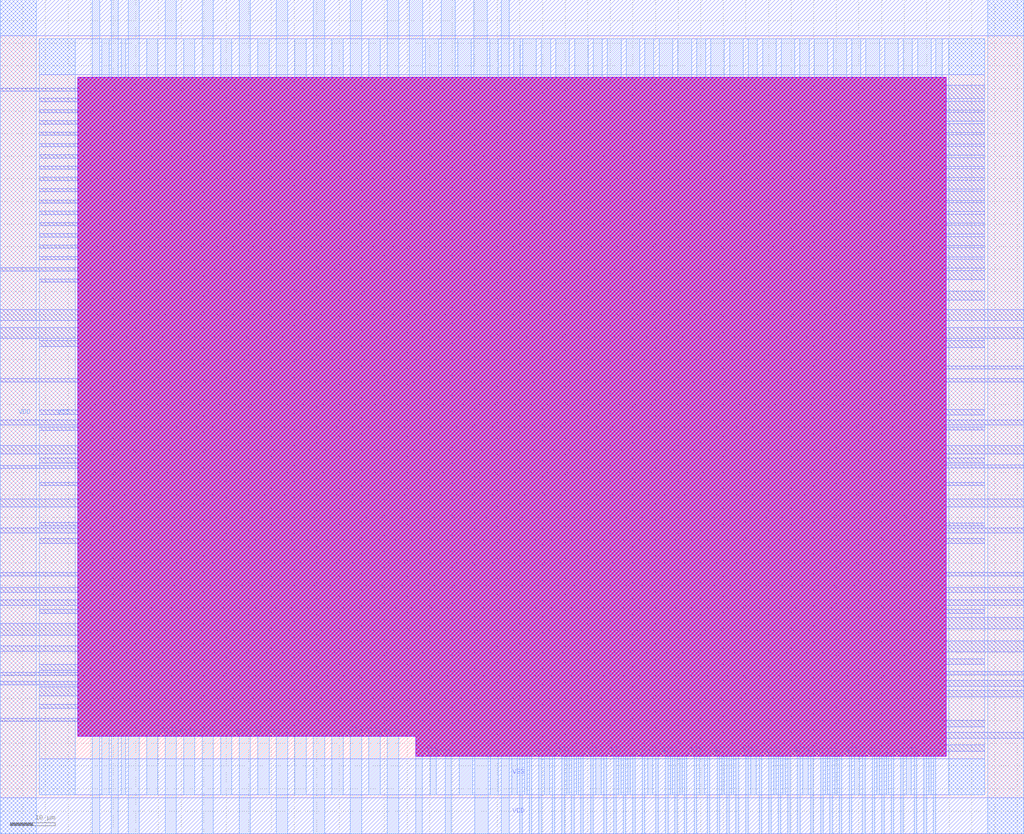
<source format=lef>
VERSION 5.4 ;
NAMESCASESENSITIVE ON ;

MACRO rom_512x16A
  CLASS RING ;
  FOREIGN rom_512x16A 0 0 ;
  ORIGIN 0 0 ;
  SIZE 226.465 BY 184.645 ;
  SYMMETRY X Y R90 ;
  PIN A[0]
    DIRECTION INPUT ;
    USE SIGNAL ;
    AntennaGateArea  0.039 ;
    PORT
      LAYER M1 ;
      RECT 84.54 21.52 85.2 22.18 ;
      LAYER M2 ;
      RECT 84.54 21.52 85.2 22.18 ;
      LAYER M3 ;
      RECT 84.54 21.52 85.2 22.18 ;
      LAYER M4 ;
      RECT 84.54 21.52 85.2 22.18 ;
      END
    END A[0]
  PIN A[1]
    DIRECTION INPUT ;
    USE SIGNAL ;
    AntennaGateArea  0.039 ;
    PORT
      LAYER M1 ;
      RECT 80.44 21.52 81.1 22.18 ;
      LAYER M2 ;
      RECT 80.44 21.52 81.1 22.18 ;
      LAYER M3 ;
      RECT 80.44 21.52 81.1 22.18 ;
      LAYER M4 ;
      RECT 80.44 21.52 81.1 22.18 ;
      END
    END A[1]
  PIN A[2]
    DIRECTION INPUT ;
    AntennaGateArea  0.039 ;
    USE SIGNAL ;
    PORT
      LAYER M1 ;
      RECT 76.34 21.52 77 22.18 ;
      LAYER M2 ;
      RECT 76.34 21.52 77 22.18 ;
      LAYER M3 ;
      RECT 76.34 21.52 77 22.18 ;
      LAYER M4 ;
      RECT 76.34 21.52 77 22.18 ;
      END
    END A[2]
  PIN A[3]
    DIRECTION INPUT ;
    USE SIGNAL ;
    AntennaGateArea  0.039 ;
    PORT
      LAYER M1 ;
      RECT 59.94 21.52 60.6 22.18 ;
      LAYER M2 ;
      RECT 59.94 21.52 60.6 22.18 ;
      LAYER M3 ;
      RECT 59.94 21.52 60.6 22.18 ;
      LAYER M4 ;
      RECT 59.94 21.52 60.6 22.18 ;
      END
    END A[3]
  PIN A[4]
    DIRECTION INPUT ;
    USE SIGNAL ;
    AntennaGateArea  0.039 ;
    PORT
      LAYER M1 ;
      RECT 55.84 21.52 56.5 22.18 ;
      LAYER M2 ;
      RECT 55.84 21.52 56.5 22.18 ;
      LAYER M3 ;
      RECT 55.84 21.52 56.5 22.18 ;
      LAYER M4 ;
      RECT 55.84 21.52 56.5 22.18 ;
      END
    END A[4]
  PIN A[5]
    DIRECTION INPUT ;
    USE SIGNAL ;
    AntennaGateArea  0.039 ;
    PORT
      LAYER M1 ;
      RECT 51.74 21.52 52.4 22.18 ;
      LAYER M2 ;
      RECT 51.74 21.52 52.4 22.18 ;
      LAYER M3 ;
      RECT 51.74 21.52 52.4 22.18 ;
      LAYER M4 ;
      RECT 51.74 21.52 52.4 22.18 ;
      END
    END A[5]
  PIN A[6]
    DIRECTION INPUT ;
    USE SIGNAL ;
    AntennaGateArea  0.039 ;
    PORT
      LAYER M1 ;
      RECT 43.54 21.52 44.2 22.18 ;
      LAYER M2 ;
      RECT 43.54 21.52 44.2 22.18 ;
      LAYER M3 ;
      RECT 43.54 21.52 44.2 22.18 ;
      LAYER M4 ;
      RECT 43.54 21.52 44.2 22.18 ;
      END
    END A[6]
  PIN A[7]
    DIRECTION INPUT ;
    USE SIGNAL ;
    AntennaGateArea  0.039 ;
    PORT
      LAYER M1 ;
      RECT 39.44 21.52 40.1 22.18 ;
      LAYER M2 ;
      RECT 39.44 21.52 40.1 22.18 ;
      LAYER M3 ;
      RECT 39.44 21.52 40.1 22.18 ;
      LAYER M4 ;
      RECT 39.44 21.52 40.1 22.18 ;
      END
    END A[7]
  PIN A[8]
    DIRECTION INPUT ;
    USE SIGNAL ;
    AntennaGateArea  0.039 ;
    PORT
      LAYER M1 ;
      RECT 35.34 21.52 36 22.18 ;
      LAYER M2 ;
      RECT 35.34 21.52 36 22.18 ;
      LAYER M3 ;
      RECT 35.34 21.52 36 22.18 ;
      LAYER M4 ;
      RECT 35.34 21.52 36 22.18 ;
      END
    END A[8]
  PIN CEN
    DIRECTION INPUT ;
    USE SIGNAL ;
    AntennaGateArea  0.039 ;
    PORT
      LAYER M1 ;
      RECT 93.91 17.2 94.57 17.86 ;
      LAYER M2 ;
      RECT 93.91 17.2 94.57 17.86 ;
      LAYER M3 ;
      RECT 93.91 17.2 94.57 17.86 ;
      LAYER M4 ;
      RECT 93.91 17.2 94.57 17.86 ;
      END
    END CEN
  PIN CLK
    DIRECTION INPUT ;
    USE CLOCK ;
    AntennaGateArea  0.039 ;
    PORT
      LAYER M1 ;
      RECT 97.065 17.2 97.725 17.86 ;
      LAYER M2 ;
      RECT 97.065 17.2 97.725 17.86 ;
      LAYER M3 ;
      RECT 97.065 17.2 97.725 17.86 ;
      LAYER M4 ;
      RECT 97.065 17.2 97.725 17.86 ;
      END
    END CLK
  PIN Q[0]
    DIRECTION OUTPUT ;
    USE SIGNAL ;
    PORT
      LAYER M1 ;
      RECT 118.055 17.2 118.715 17.86 ;
      LAYER M2 ;
      RECT 118.055 17.2 118.715 17.86 ;
      LAYER M3 ;
      RECT 118.055 17.2 118.715 17.86 ;
      LAYER M4 ;
      RECT 118.055 17.2 118.715 17.86 ;
      END
    END Q[0]
  PIN Q[10]
    DIRECTION OUTPUT ;
    USE SIGNAL ;
    PORT
      LAYER M1 ;
      RECT 175.255 17.2 175.915 17.86 ;
      LAYER M2 ;
      RECT 175.255 17.2 175.915 17.86 ;
      LAYER M3 ;
      RECT 175.255 17.2 175.915 17.86 ;
      LAYER M4 ;
      RECT 175.255 17.2 175.915 17.86 ;
      END
    END Q[10]
  PIN Q[11]
    DIRECTION OUTPUT ;
    USE SIGNAL ;
    PORT
      LAYER M1 ;
      RECT 180.375 17.2 181.035 17.86 ;
      LAYER M2 ;
      RECT 180.375 17.2 181.035 17.86 ;
      LAYER M3 ;
      RECT 180.375 17.2 181.035 17.86 ;
      LAYER M4 ;
      RECT 180.375 17.2 181.035 17.86 ;
      END
    END Q[11]
  PIN Q[12]
    DIRECTION OUTPUT ;
    USE SIGNAL ;
    PORT
      LAYER M1 ;
      RECT 186.695 17.2 187.355 17.86 ;
      LAYER M2 ;
      RECT 186.695 17.2 187.355 17.86 ;
      LAYER M3 ;
      RECT 186.695 17.2 187.355 17.86 ;
      LAYER M4 ;
      RECT 186.695 17.2 187.355 17.86 ;
      END
    END Q[12]
  PIN Q[13]
    DIRECTION OUTPUT ;
    USE SIGNAL ;
    PORT
      LAYER M1 ;
      RECT 191.815 17.2 192.475 17.86 ;
      LAYER M2 ;
      RECT 191.815 17.2 192.475 17.86 ;
      LAYER M3 ;
      RECT 191.815 17.2 192.475 17.86 ;
      LAYER M4 ;
      RECT 191.815 17.2 192.475 17.86 ;
      END
    END Q[13]
  PIN Q[14]
    DIRECTION OUTPUT ;
    USE SIGNAL ;
    PORT
      LAYER M1 ;
      RECT 198.135 17.2 198.795 17.86 ;
      LAYER M2 ;
      RECT 198.135 17.2 198.795 17.86 ;
      LAYER M3 ;
      RECT 198.135 17.2 198.795 17.86 ;
      LAYER M4 ;
      RECT 198.135 17.2 198.795 17.86 ;
      END
    END Q[14]
  PIN Q[15]
    DIRECTION OUTPUT ;
    USE SIGNAL ;
    PORT
      LAYER M1 ;
      RECT 203.255 17.2 203.915 17.86 ;
      LAYER M2 ;
      RECT 203.255 17.2 203.915 17.86 ;
      LAYER M3 ;
      RECT 203.255 17.2 203.915 17.86 ;
      LAYER M4 ;
      RECT 203.255 17.2 203.915 17.86 ;
      END
    END Q[15]
  PIN Q[1]
    DIRECTION OUTPUT ;
    USE SIGNAL ;
    PORT
      LAYER M1 ;
      RECT 123.175 17.2 123.835 17.86 ;
      LAYER M2 ;
      RECT 123.175 17.2 123.835 17.86 ;
      LAYER M3 ;
      RECT 123.175 17.2 123.835 17.86 ;
      LAYER M4 ;
      RECT 123.175 17.2 123.835 17.86 ;
      END
    END Q[1]
  PIN Q[2]
    DIRECTION OUTPUT ;
    USE SIGNAL ;
    PORT
      LAYER M1 ;
      RECT 129.495 17.2 130.155 17.86 ;
      LAYER M2 ;
      RECT 129.495 17.2 130.155 17.86 ;
      LAYER M3 ;
      RECT 129.495 17.2 130.155 17.86 ;
      LAYER M4 ;
      RECT 129.495 17.2 130.155 17.86 ;
      END
    END Q[2]
  PIN Q[3]
    DIRECTION OUTPUT ;
    USE SIGNAL ;
    PORT
      LAYER M1 ;
      RECT 134.615 17.2 135.275 17.86 ;
      LAYER M2 ;
      RECT 134.615 17.2 135.275 17.86 ;
      LAYER M3 ;
      RECT 134.615 17.2 135.275 17.86 ;
      LAYER M4 ;
      RECT 134.615 17.2 135.275 17.86 ;
      END
    END Q[3]
  PIN Q[4]
    DIRECTION OUTPUT ;
    USE SIGNAL ;
    PORT
      LAYER M1 ;
      RECT 140.935 17.2 141.595 17.86 ;
      LAYER M2 ;
      RECT 140.935 17.2 141.595 17.86 ;
      LAYER M3 ;
      RECT 140.935 17.2 141.595 17.86 ;
      LAYER M4 ;
      RECT 140.935 17.2 141.595 17.86 ;
      END
    END Q[4]
  PIN Q[5]
    DIRECTION OUTPUT ;
    USE SIGNAL ;
    PORT
      LAYER M1 ;
      RECT 146.055 17.2 146.715 17.86 ;
      LAYER M2 ;
      RECT 146.055 17.2 146.715 17.86 ;
      LAYER M3 ;
      RECT 146.055 17.2 146.715 17.86 ;
      LAYER M4 ;
      RECT 146.055 17.2 146.715 17.86 ;
      END
    END Q[5]
  PIN Q[6]
    DIRECTION OUTPUT ;
    USE SIGNAL ;
    PORT
      LAYER M1 ;
      RECT 152.375 17.2 153.035 17.86 ;
      LAYER M2 ;
      RECT 152.375 17.2 153.035 17.86 ;
      LAYER M3 ;
      RECT 152.375 17.2 153.035 17.86 ;
      LAYER M4 ;
      RECT 152.375 17.2 153.035 17.86 ;
      END
    END Q[6]
  PIN Q[7]
    DIRECTION OUTPUT ;
    USE SIGNAL ;
    PORT
      LAYER M1 ;
      RECT 157.495 17.2 158.155 17.86 ;
      LAYER M2 ;
      RECT 157.495 17.2 158.155 17.86 ;
      LAYER M3 ;
      RECT 157.495 17.2 158.155 17.86 ;
      LAYER M4 ;
      RECT 157.495 17.2 158.155 17.86 ;
      END
    END Q[7]
  PIN Q[8]
    DIRECTION OUTPUT ;
    USE SIGNAL ;
    PORT
      LAYER M1 ;
      RECT 163.815 17.2 164.475 17.86 ;
      LAYER M2 ;
      RECT 163.815 17.2 164.475 17.86 ;
      LAYER M3 ;
      RECT 163.815 17.2 164.475 17.86 ;
      LAYER M4 ;
      RECT 163.815 17.2 164.475 17.86 ;
      END
    END Q[8]
  PIN Q[9]
    DIRECTION OUTPUT ;
    USE SIGNAL ;
    PORT
      LAYER M1 ;
      RECT 168.935 17.2 169.595 17.86 ;
      LAYER M2 ;
      RECT 168.935 17.2 169.595 17.86 ;
      LAYER M3 ;
      RECT 168.935 17.2 169.595 17.86 ;
      LAYER M4 ;
      RECT 168.935 17.2 169.595 17.86 ;
      END
    END Q[9]
  PIN VDD
    DIRECTION INOUT ;
    USE POWER ;
    SHAPE RING ;
    PORT
      LAYER M3 ;
      RECT 226.465 176.645 0 184.645 ;
      LAYER M3 ;
      RECT 0 0 226.465 8 ;
      LAYER M4 ;
      RECT 218.465 0 226.465 184.645 ;
      LAYER M4 ;
      RECT 0 184.645 8 0 ;
      END
    END VDD
  PIN VSS
    DIRECTION INOUT ;
    USE GROUND ;
    SHAPE RING ;
    PORT
      LAYER M3 ;
      RECT 217.865 168.045 8.6 176.045 ;
      LAYER M3 ;
      RECT 8.6 8.6 217.865 16.6 ;
      LAYER M4 ;
      RECT 209.865 8.6 217.865 176.045 ;
      LAYER M4 ;
      RECT 8.6 176.045 16.6 8.6 ;
      END
    END VSS
  OBS
    LAYER OVERLAP ;
    POLYGON 17.2 21.52 91.99 21.52 91.99 17.2 209.265 17.2 209.265 167.445
      17.2 167.445 ;
    LAYER V1 ;
    POLYGON 17.2 21.52 91.99 21.52 91.99 17.2 209.265 17.2 209.265 167.445
      17.2 167.445 ;
    LAYER V2 ;
    POLYGON 17.2 21.52 91.99 21.52 91.99 17.2 209.265 17.2 209.265 167.445
      17.2 167.445 ;
    LAYER V3 ;
    POLYGON 17.2 21.52 91.99 21.52 91.99 17.2 209.265 17.2 209.265 167.445
      17.2 167.445 ;
    LAYER M1 ;
    POLYGON 17.2 167.445 17.2 21.52 35.16 21.52 35.16 22.36 36.18 22.36
      36.18 21.52 39.26 21.52 39.26 22.36 40.28 22.36 40.28 21.52 43.36 21.52
      43.36 22.36 44.38 22.36 44.38 21.52 51.56 21.52 51.56 22.36 52.58 22.36
      52.58 21.52 55.66 21.52 55.66 22.36 56.68 22.36 56.68 21.52 59.76 21.52
      59.76 22.36 60.78 22.36 60.78 21.52 76.16 21.52 76.16 22.36 77.18 22.36
      77.18 21.52 80.26 21.52 80.26 22.36 81.28 22.36 81.28 21.52 84.36 21.52
      84.36 22.36 85.38 22.36 85.38 21.52 91.99 21.52 91.99 17.2 93.73 17.2
      93.73 18.04 94.75 18.04 94.75 17.2 96.885 17.2 96.885 18.04
      97.905 18.04 97.905 17.2 117.875 17.2 117.875 18.04 118.895 18.04
      118.895 17.2 122.995 17.2 122.995 18.04 124.015 18.04 124.015 17.2
      129.315 17.2 129.315 18.04 130.335 18.04 130.335 17.2 134.435 17.2
      134.435 18.04 135.455 18.04 135.455 17.2 140.755 17.2 140.755 18.04
      141.775 18.04 141.775 17.2 145.875 17.2 145.875 18.04 146.895 18.04
      146.895 17.2 152.195 17.2 152.195 18.04 153.215 18.04 153.215 17.2
      157.315 17.2 157.315 18.04 158.335 18.04 158.335 17.2 163.635 17.2
      163.635 18.04 164.655 18.04 164.655 17.2 168.755 17.2 168.755 18.04
      169.775 18.04 169.775 17.2 175.075 17.2 175.075 18.04 176.095 18.04
      176.095 17.2 180.195 17.2 180.195 18.04 181.215 18.04 181.215 17.2
      186.515 17.2 186.515 18.04 187.535 18.04 187.535 17.2 191.635 17.2
      191.635 18.04 192.655 18.04 192.655 17.2 197.955 17.2 197.955 18.04
      198.975 18.04 198.975 17.2 203.075 17.2 203.075 18.04 204.095 18.04
      204.095 17.2 209.265 17.2 209.265 167.445 ;
    LAYER M2 ;
    POLYGON 17.2 167.445 17.2 21.52 35.13 21.52 35.13 22.39 36.21 22.39
      36.21 21.52 39.23 21.52 39.23 22.39 40.31 22.39 40.31 21.52 43.33 21.52
      43.33 22.39 44.41 22.39 44.41 21.52 51.53 21.52 51.53 22.39 52.61 22.39
      52.61 21.52 55.63 21.52 55.63 22.39 56.71 22.39 56.71 21.52 59.73 21.52
      59.73 22.39 60.81 22.39 60.81 21.52 76.13 21.52 76.13 22.39 77.21 22.39
      77.21 21.52 80.23 21.52 80.23 22.39 81.31 22.39 81.31 21.52 84.33 21.52
      84.33 22.39 85.41 22.39 85.41 21.52 91.99 21.52 91.99 17.2 93.7 17.2
      93.7 18.07 94.78 18.07 94.78 17.2 96.855 17.2 96.855 18.07 97.935 18.07
      97.935 17.2 117.845 17.2 117.845 18.07 118.925 18.07 118.925 17.2
      122.965 17.2 122.965 18.07 124.045 18.07 124.045 17.2 129.285 17.2
      129.285 18.07 130.365 18.07 130.365 17.2 134.405 17.2 134.405 18.07
      135.485 18.07 135.485 17.2 140.725 17.2 140.725 18.07 141.805 18.07
      141.805 17.2 145.845 17.2 145.845 18.07 146.925 18.07 146.925 17.2
      152.165 17.2 152.165 18.07 153.245 18.07 153.245 17.2 157.285 17.2
      157.285 18.07 158.365 18.07 158.365 17.2 163.605 17.2 163.605 18.07
      164.685 18.07 164.685 17.2 168.725 17.2 168.725 18.07 169.805 18.07
      169.805 17.2 175.045 17.2 175.045 18.07 176.125 18.07 176.125 17.2
      180.165 17.2 180.165 18.07 181.245 18.07 181.245 17.2 186.485 17.2
      186.485 18.07 187.565 18.07 187.565 17.2 191.605 17.2 191.605 18.07
      192.685 18.07 192.685 17.2 197.925 17.2 197.925 18.07 199.005 18.07
      199.005 17.2 203.045 17.2 203.045 18.07 204.125 18.07 204.125 17.2
      209.265 17.2 209.265 167.445 ;
    LAYER M3 ;
    POLYGON 17.2 167.445 17.2 21.52 35.13 21.52 35.13 22.39 36.21 22.39
      36.21 21.52 39.23 21.52 39.23 22.39 40.31 22.39 40.31 21.52 43.33 21.52
      43.33 22.39 44.41 22.39 44.41 21.52 51.53 21.52 51.53 22.39 52.61 22.39
      52.61 21.52 55.63 21.52 55.63 22.39 56.71 22.39 56.71 21.52 59.73 21.52
      59.73 22.39 60.81 22.39 60.81 21.52 76.13 21.52 76.13 22.39 77.21 22.39
      77.21 21.52 80.23 21.52 80.23 22.39 81.31 22.39 81.31 21.52 84.33 21.52
      84.33 22.39 85.41 22.39 85.41 21.52 91.99 21.52 91.99 17.2 93.7 17.2
      93.7 18.07 94.78 18.07 94.78 17.2 96.855 17.2 96.855 18.07 97.935 18.07
      97.935 17.2 117.845 17.2 117.845 18.07 118.925 18.07 118.925 17.2
      122.965 17.2 122.965 18.07 124.045 18.07 124.045 17.2 129.285 17.2
      129.285 18.07 130.365 18.07 130.365 17.2 134.405 17.2 134.405 18.07
      135.485 18.07 135.485 17.2 140.725 17.2 140.725 18.07 141.805 18.07
      141.805 17.2 145.845 17.2 145.845 18.07 146.925 18.07 146.925 17.2
      152.165 17.2 152.165 18.07 153.245 18.07 153.245 17.2 157.285 17.2
      157.285 18.07 158.365 18.07 158.365 17.2 163.605 17.2 163.605 18.07
      164.685 18.07 164.685 17.2 168.725 17.2 168.725 18.07 169.805 18.07
      169.805 17.2 175.045 17.2 175.045 18.07 176.125 18.07 176.125 17.2
      180.165 17.2 180.165 18.07 181.245 18.07 181.245 17.2 186.485 17.2
      186.485 18.07 187.565 18.07 187.565 17.2 191.605 17.2 191.605 18.07
      192.685 18.07 192.685 17.2 197.925 17.2 197.925 18.07 199.005 18.07
      199.005 17.2 203.045 17.2 203.045 18.07 204.125 18.07 204.125 17.2
      209.265 17.2 209.265 167.445 ;
    LAYER M4 ;
    POLYGON 17.2 167.445 17.2 21.52 35.13 21.52 35.13 22.39 36.21 22.39
      36.21 21.52 39.23 21.52 39.23 22.39 40.31 22.39 40.31 21.52 43.33 21.52
      43.33 22.39 44.41 22.39 44.41 21.52 51.53 21.52 51.53 22.39 52.61 22.39
      52.61 21.52 55.63 21.52 55.63 22.39 56.71 22.39 56.71 21.52 59.73 21.52
      59.73 22.39 60.81 22.39 60.81 21.52 76.13 21.52 76.13 22.39 77.21 22.39
      77.21 21.52 80.23 21.52 80.23 22.39 81.31 22.39 81.31 21.52 84.33 21.52
      84.33 22.39 85.41 22.39 85.41 21.52 91.99 21.52 91.99 17.2 93.7 17.2
      93.7 18.07 94.78 18.07 94.78 17.2 96.855 17.2 96.855 18.07 97.935 18.07
      97.935 17.2 117.845 17.2 117.845 18.07 118.925 18.07 118.925 17.2
      122.965 17.2 122.965 18.07 124.045 18.07 124.045 17.2 129.285 17.2
      129.285 18.07 130.365 18.07 130.365 17.2 134.405 17.2 134.405 18.07
      135.485 18.07 135.485 17.2 140.725 17.2 140.725 18.07 141.805 18.07
      141.805 17.2 145.845 17.2 145.845 18.07 146.925 18.07 146.925 17.2
      152.165 17.2 152.165 18.07 153.245 18.07 153.245 17.2 157.285 17.2
      157.285 18.07 158.365 18.07 158.365 17.2 163.605 17.2 163.605 18.07
      164.685 18.07 164.685 17.2 168.725 17.2 168.725 18.07 169.805 18.07
      169.805 17.2 175.045 17.2 175.045 18.07 176.125 18.07 176.125 17.2
      180.165 17.2 180.165 18.07 181.245 18.07 181.245 17.2 186.485 17.2
      186.485 18.07 187.565 18.07 187.565 17.2 191.605 17.2 191.605 18.07
      192.685 18.07 192.685 17.2 197.925 17.2 197.925 18.07 199.005 18.07
      199.005 17.2 203.045 17.2 203.045 18.07 204.125 18.07 204.125 17.2
      209.265 17.2 209.265 167.445 ;
    LAYER M4 ;
    RECT 20.41 167.445 21.99 184.645 ;
    LAYER M4 ;
    RECT 24.57 167.445 26.15 184.645 ;
    LAYER M4 ;
    RECT 28.27 167.445 30.77 184.645 ;
    LAYER M4 ;
    RECT 36.47 167.445 38.97 184.645 ;
    LAYER M4 ;
    RECT 44.67 167.445 47.17 184.645 ;
    LAYER M4 ;
    RECT 52.87 167.445 55.37 184.645 ;
    LAYER M4 ;
    RECT 61.07 167.445 63.57 184.645 ;
    LAYER M4 ;
    RECT 69.27 167.445 71.77 184.645 ;
    LAYER M4 ;
    RECT 77.47 167.445 79.97 184.645 ;
    LAYER M4 ;
    RECT 85.67 167.445 88.17 184.645 ;
    LAYER M4 ;
    RECT 90.49 167.445 93.49 184.645 ;
    LAYER M4 ;
    RECT 97.63 167.445 100.63 184.645 ;
    LAYER M4 ;
    RECT 104.77 167.445 107.77 184.645 ;
    LAYER M4 ;
    RECT 110.85 167.445 112.65 184.645 ;
    LAYER M4 ;
    RECT 20.41 21.52 21.99 0 ;
    LAYER M4 ;
    RECT 24.57 21.52 26.15 0 ;
    LAYER M4 ;
    RECT 28.27 21.52 30.77 0 ;
    LAYER M4 ;
    RECT 36.47 21.52 38.97 0 ;
    LAYER M4 ;
    RECT 44.67 21.52 47.17 0 ;
    LAYER M4 ;
    RECT 52.87 21.52 55.37 0 ;
    LAYER M4 ;
    RECT 61.07 21.52 63.57 0 ;
    LAYER M4 ;
    RECT 69.27 21.52 71.77 0 ;
    LAYER M4 ;
    RECT 77.47 21.52 79.97 0 ;
    LAYER M4 ;
    RECT 85.67 21.52 88.17 0 ;
    LAYER M4 ;
    RECT 91.99 17.2 93.39 0 ;
    LAYER M4 ;
    RECT 98.415 17.2 99.815 0 ;
    LAYER M4 ;
    RECT 105 17.2 108 0 ;
    LAYER M4 ;
    RECT 110.85 17.2 112.65 0 ;
    LAYER M4 ;
    RECT 114.935 17.2 115.515 0 ;
    LAYER M4 ;
    RECT 117.015 17.2 117.595 0 ;
    LAYER M4 ;
    RECT 119.185 17.2 119.765 0 ;
    LAYER M4 ;
    RECT 122.125 17.2 122.705 0 ;
    LAYER M4 ;
    RECT 124.295 17.2 124.875 0 ;
    LAYER M4 ;
    RECT 126.375 17.2 126.955 0 ;
    LAYER M4 ;
    RECT 128.455 17.2 129.035 0 ;
    LAYER M4 ;
    RECT 130.625 17.2 131.205 0 ;
    LAYER M4 ;
    RECT 133.565 17.2 134.145 0 ;
    LAYER M4 ;
    RECT 135.735 17.2 136.315 0 ;
    LAYER M4 ;
    RECT 137.815 17.2 138.395 0 ;
    LAYER M4 ;
    RECT 139.895 17.2 140.475 0 ;
    LAYER M4 ;
    RECT 142.065 17.2 142.645 0 ;
    LAYER M4 ;
    RECT 145.005 17.2 145.585 0 ;
    LAYER M4 ;
    RECT 147.175 17.2 147.755 0 ;
    LAYER M4 ;
    RECT 149.255 17.2 149.835 0 ;
    LAYER M4 ;
    RECT 151.335 17.2 151.915 0 ;
    LAYER M4 ;
    RECT 153.505 17.2 154.085 0 ;
    LAYER M4 ;
    RECT 156.445 17.2 157.025 0 ;
    LAYER M4 ;
    RECT 158.615 17.2 159.195 0 ;
    LAYER M4 ;
    RECT 160.695 17.2 161.275 0 ;
    LAYER M4 ;
    RECT 162.775 17.2 163.355 0 ;
    LAYER M4 ;
    RECT 164.945 17.2 165.525 0 ;
    LAYER M4 ;
    RECT 167.885 17.2 168.465 0 ;
    LAYER M4 ;
    RECT 170.055 17.2 170.635 0 ;
    LAYER M4 ;
    RECT 172.135 17.2 172.715 0 ;
    LAYER M4 ;
    RECT 174.215 17.2 174.795 0 ;
    LAYER M4 ;
    RECT 176.385 17.2 176.965 0 ;
    LAYER M4 ;
    RECT 179.325 17.2 179.905 0 ;
    LAYER M4 ;
    RECT 181.495 17.2 182.075 0 ;
    LAYER M4 ;
    RECT 183.575 17.2 184.155 0 ;
    LAYER M4 ;
    RECT 185.655 17.2 186.235 0 ;
    LAYER M4 ;
    RECT 187.825 17.2 188.405 0 ;
    LAYER M4 ;
    RECT 190.765 17.2 191.345 0 ;
    LAYER M4 ;
    RECT 192.935 17.2 193.515 0 ;
    LAYER M4 ;
    RECT 195.015 17.2 195.595 0 ;
    LAYER M4 ;
    RECT 197.095 17.2 197.675 0 ;
    LAYER M4 ;
    RECT 199.265 17.2 199.845 0 ;
    LAYER M4 ;
    RECT 202.205 17.2 202.785 0 ;
    LAYER M4 ;
    RECT 204.375 17.2 204.955 0 ;
    LAYER M4 ;
    RECT 206.455 17.2 207.035 0 ;
    LAYER M3 ;
    RECT 209.265 21.085 226.465 22.485 ;
    LAYER M3 ;
    RECT 209.265 30.355 226.465 31.755 ;
    LAYER M3 ;
    RECT 209.265 32.615 226.465 34.015 ;
    LAYER M3 ;
    RECT 209.265 35.225 226.465 35.925 ;
    LAYER M3 ;
    RECT 209.265 40.26 226.465 42.74 ;
    LAYER M3 ;
    RECT 209.265 45.325 226.465 47.925 ;
    LAYER M3 ;
    RECT 209.265 50.515 226.465 51.755 ;
    LAYER M3 ;
    RECT 209.265 53.445 226.465 54.555 ;
    LAYER M3 ;
    RECT 209.265 57.13 226.465 57.83 ;
    LAYER M3 ;
    RECT 209.265 66.59 226.465 67.7 ;
    LAYER M3 ;
    RECT 209.265 72.31 226.465 74.11 ;
    LAYER M3 ;
    RECT 209.265 80.945 226.465 81.645 ;
    LAYER M3 ;
    RECT 209.265 84.125 226.465 85.925 ;
    LAYER M3 ;
    RECT 209.265 90.535 226.465 91.645 ;
    LAYER M3 ;
    RECT 209.265 100.045 226.465 100.745 ;
    LAYER M3 ;
    RECT 209.265 102.845 226.465 103.545 ;
    LAYER M3 ;
    RECT 209.265 109.675 226.465 112.075 ;
    LAYER M3 ;
    RECT 209.265 113.61 226.465 116.01 ;
    LAYER M3 ;
    RECT 17.2 24.88 0 25.58 ;
    LAYER M3 ;
    RECT 17.2 32.955 0 33.755 ;
    LAYER M3 ;
    RECT 17.2 35.055 0 35.755 ;
    LAYER M3 ;
    RECT 17.2 40.37 0 41.61 ;
    LAYER M3 ;
    RECT 17.2 43.96 0 46.56 ;
    LAYER M3 ;
    RECT 17.2 50.515 0 51.755 ;
    LAYER M3 ;
    RECT 17.2 53.445 0 54.555 ;
    LAYER M3 ;
    RECT 17.2 57.13 0 57.83 ;
    LAYER M3 ;
    RECT 17.2 66.59 0 67.7 ;
    LAYER M3 ;
    RECT 17.2 72.31 0 74.11 ;
    LAYER M3 ;
    RECT 17.2 80.885 0 81.585 ;
    LAYER M3 ;
    RECT 17.2 84.125 0 85.925 ;
    LAYER M3 ;
    RECT 17.2 90.535 0 91.645 ;
    LAYER M3 ;
    RECT 17.2 100.045 0 100.745 ;
    LAYER M3 ;
    RECT 17.2 109.675 0 112.075 ;
    LAYER M3 ;
    RECT 17.2 113.61 0 116.01 ;
    LAYER M3 ;
    RECT 17.2 124.62 0 125.32 ;
    LAYER M3 ;
    RECT 17.2 164.35 0 165.05 ;
    LAYER M4 ;
    RECT 22.49 167.445 24.07 176.045 ;
    LAYER M4 ;
    RECT 26.77 167.445 27.77 176.045 ;
    LAYER M4 ;
    RECT 32.37 167.445 34.87 176.045 ;
    LAYER M4 ;
    RECT 40.57 167.445 43.07 176.045 ;
    LAYER M4 ;
    RECT 48.77 167.445 51.27 176.045 ;
    LAYER M4 ;
    RECT 56.97 167.445 59.47 176.045 ;
    LAYER M4 ;
    RECT 65.17 167.445 67.67 176.045 ;
    LAYER M4 ;
    RECT 73.37 167.445 75.87 176.045 ;
    LAYER M4 ;
    RECT 81.57 167.445 84.07 176.045 ;
    LAYER M4 ;
    RECT 94.06 167.445 97.06 176.045 ;
    LAYER M4 ;
    RECT 101.2 167.445 104.2 176.045 ;
    LAYER M4 ;
    RECT 108.29 167.445 110.24 176.045 ;
    LAYER M4 ;
    RECT 113.67 167.445 115.07 176.045 ;
    LAYER M4 ;
    RECT 115.635 167.445 118.635 176.045 ;
    LAYER M4 ;
    RECT 119.755 167.445 121.755 176.045 ;
    LAYER M4 ;
    RECT 122.915 167.445 125.915 176.045 ;
    LAYER M4 ;
    RECT 127.075 167.445 130.075 176.045 ;
    LAYER M4 ;
    RECT 131.195 167.445 133.195 176.045 ;
    LAYER M4 ;
    RECT 134.355 167.445 137.355 176.045 ;
    LAYER M4 ;
    RECT 138.515 167.445 141.515 176.045 ;
    LAYER M4 ;
    RECT 142.635 167.445 144.635 176.045 ;
    LAYER M4 ;
    RECT 145.795 167.445 148.795 176.045 ;
    LAYER M4 ;
    RECT 149.955 167.445 152.955 176.045 ;
    LAYER M4 ;
    RECT 154.075 167.445 156.075 176.045 ;
    LAYER M4 ;
    RECT 157.235 167.445 160.235 176.045 ;
    LAYER M4 ;
    RECT 161.395 167.445 164.395 176.045 ;
    LAYER M4 ;
    RECT 165.515 167.445 167.515 176.045 ;
    LAYER M4 ;
    RECT 168.675 167.445 171.675 176.045 ;
    LAYER M4 ;
    RECT 172.835 167.445 175.835 176.045 ;
    LAYER M4 ;
    RECT 176.955 167.445 178.955 176.045 ;
    LAYER M4 ;
    RECT 180.115 167.445 183.115 176.045 ;
    LAYER M4 ;
    RECT 184.275 167.445 187.275 176.045 ;
    LAYER M4 ;
    RECT 188.395 167.445 190.395 176.045 ;
    LAYER M4 ;
    RECT 191.555 167.445 194.555 176.045 ;
    LAYER M4 ;
    RECT 195.715 167.445 198.715 176.045 ;
    LAYER M4 ;
    RECT 199.835 167.445 201.835 176.045 ;
    LAYER M4 ;
    RECT 202.995 167.445 205.995 176.045 ;
    LAYER M4 ;
    RECT 207.005 167.445 208.405 176.045 ;
    LAYER M4 ;
    RECT 22.49 21.52 24.07 8.6 ;
    LAYER M4 ;
    RECT 26.77 21.52 27.77 8.6 ;
    LAYER M4 ;
    RECT 32.37 21.52 34.87 8.6 ;
    LAYER M4 ;
    RECT 40.57 21.52 43.07 8.6 ;
    LAYER M4 ;
    RECT 48.77 21.52 51.27 8.6 ;
    LAYER M4 ;
    RECT 56.97 21.52 59.47 8.6 ;
    LAYER M4 ;
    RECT 65.17 21.52 67.67 8.6 ;
    LAYER M4 ;
    RECT 73.37 21.52 75.87 8.6 ;
    LAYER M4 ;
    RECT 81.57 21.52 84.07 8.6 ;
    LAYER M4 ;
    RECT 95.11 17.2 96.51 8.6 ;
    LAYER M4 ;
    RECT 101.54 17.2 104.54 8.6 ;
    LAYER M4 ;
    RECT 108.46 17.2 110.24 8.6 ;
    LAYER M4 ;
    RECT 113.205 17.2 114.405 8.6 ;
    LAYER M4 ;
    RECT 115.975 17.2 116.555 8.6 ;
    LAYER M4 ;
    RECT 120.345 17.2 121.545 8.6 ;
    LAYER M4 ;
    RECT 125.335 17.2 125.915 8.6 ;
    LAYER M4 ;
    RECT 127.415 17.2 127.995 8.6 ;
    LAYER M4 ;
    RECT 131.785 17.2 132.985 8.6 ;
    LAYER M4 ;
    RECT 136.775 17.2 137.355 8.6 ;
    LAYER M4 ;
    RECT 138.855 17.2 139.435 8.6 ;
    LAYER M4 ;
    RECT 143.225 17.2 144.425 8.6 ;
    LAYER M4 ;
    RECT 148.215 17.2 148.795 8.6 ;
    LAYER M4 ;
    RECT 150.295 17.2 150.875 8.6 ;
    LAYER M4 ;
    RECT 154.665 17.2 155.865 8.6 ;
    LAYER M4 ;
    RECT 159.655 17.2 160.235 8.6 ;
    LAYER M4 ;
    RECT 161.735 17.2 162.315 8.6 ;
    LAYER M4 ;
    RECT 166.105 17.2 167.305 8.6 ;
    LAYER M4 ;
    RECT 171.095 17.2 171.675 8.6 ;
    LAYER M4 ;
    RECT 173.175 17.2 173.755 8.6 ;
    LAYER M4 ;
    RECT 177.545 17.2 178.745 8.6 ;
    LAYER M4 ;
    RECT 182.535 17.2 183.115 8.6 ;
    LAYER M4 ;
    RECT 184.615 17.2 185.195 8.6 ;
    LAYER M4 ;
    RECT 188.985 17.2 190.185 8.6 ;
    LAYER M4 ;
    RECT 193.975 17.2 194.555 8.6 ;
    LAYER M4 ;
    RECT 196.055 17.2 196.635 8.6 ;
    LAYER M4 ;
    RECT 200.425 17.2 201.625 8.6 ;
    LAYER M4 ;
    RECT 205.415 17.2 205.995 8.6 ;
    LAYER M3 ;
    RECT 209.265 18.295 217.865 19.695 ;
    LAYER M3 ;
    RECT 209.265 23.685 217.865 25.085 ;
    LAYER M3 ;
    RECT 209.265 37.51 217.865 38.75 ;
    LAYER M3 ;
    RECT 209.265 48.825 217.865 49.625 ;
    LAYER M3 ;
    RECT 209.265 64.3 217.865 65.41 ;
    LAYER M3 ;
    RECT 209.265 68.16 217.865 68.86 ;
    LAYER M3 ;
    RECT 209.265 77.125 217.865 77.825 ;
    LAYER M3 ;
    RECT 209.265 82.105 217.865 83.215 ;
    LAYER M3 ;
    RECT 209.265 89.375 217.865 90.075 ;
    LAYER M3 ;
    RECT 209.265 92.765 217.865 93.875 ;
    LAYER M3 ;
    RECT 209.265 107.695 217.865 109.215 ;
    LAYER M3 ;
    RECT 209.265 118.19 217.865 120.19 ;
    LAYER M3 ;
    RECT 209.265 122.72 217.865 124.72 ;
    LAYER M3 ;
    RECT 209.265 125.22 217.865 127.22 ;
    LAYER M3 ;
    RECT 209.265 127.72 217.865 129.72 ;
    LAYER M3 ;
    RECT 209.265 130.22 217.865 132.22 ;
    LAYER M3 ;
    RECT 209.265 132.72 217.865 134.72 ;
    LAYER M3 ;
    RECT 209.265 135.22 217.865 137.22 ;
    LAYER M3 ;
    RECT 209.265 137.72 217.865 139.72 ;
    LAYER M3 ;
    RECT 209.265 140.22 217.865 142.22 ;
    LAYER M3 ;
    RECT 209.265 142.72 217.865 144.72 ;
    LAYER M3 ;
    RECT 209.265 145.22 217.865 147.22 ;
    LAYER M3 ;
    RECT 209.265 147.72 217.865 149.72 ;
    LAYER M3 ;
    RECT 209.265 150.22 217.865 152.22 ;
    LAYER M3 ;
    RECT 209.265 152.72 217.865 154.72 ;
    LAYER M3 ;
    RECT 209.265 155.22 217.865 157.22 ;
    LAYER M3 ;
    RECT 209.265 157.72 217.865 159.72 ;
    LAYER M3 ;
    RECT 209.265 160.22 217.865 162.22 ;
    LAYER M3 ;
    RECT 209.265 162.7 217.865 165.7 ;
    LAYER M3 ;
    RECT 17.2 27.815 8.6 28.615 ;
    LAYER M3 ;
    RECT 17.2 30.495 8.6 32.495 ;
    LAYER M3 ;
    RECT 17.2 36.215 8.6 37.455 ;
    LAYER M3 ;
    RECT 17.2 48.825 8.6 49.625 ;
    LAYER M3 ;
    RECT 17.2 64.3 8.6 65.41 ;
    LAYER M3 ;
    RECT 17.2 68.2 8.6 68.9 ;
    LAYER M3 ;
    RECT 17.2 77.125 8.6 77.825 ;
    LAYER M3 ;
    RECT 17.2 82.105 8.6 83.215 ;
    LAYER M3 ;
    RECT 17.2 89.335 8.6 90.035 ;
    LAYER M3 ;
    RECT 17.2 92.82 8.6 93.82 ;
    LAYER M3 ;
    RECT 17.2 107.815 8.6 109.215 ;
    LAYER M3 ;
    RECT 17.2 122.12 8.6 122.82 ;
    LAYER M3 ;
    RECT 17.2 127.12 8.6 127.82 ;
    LAYER M3 ;
    RECT 17.2 129.62 8.6 130.32 ;
    LAYER M3 ;
    RECT 17.2 132.12 8.6 132.82 ;
    LAYER M3 ;
    RECT 17.2 134.62 8.6 135.32 ;
    LAYER M3 ;
    RECT 17.2 137.12 8.6 137.82 ;
    LAYER M3 ;
    RECT 17.2 139.62 8.6 140.32 ;
    LAYER M3 ;
    RECT 17.2 142.12 8.6 142.82 ;
    LAYER M3 ;
    RECT 17.2 144.62 8.6 145.32 ;
    LAYER M3 ;
    RECT 17.2 147.12 8.6 147.82 ;
    LAYER M3 ;
    RECT 17.2 149.62 8.6 150.32 ;
    LAYER M3 ;
    RECT 17.2 152.12 8.6 152.82 ;
    LAYER M3 ;
    RECT 17.2 154.62 8.6 155.32 ;
    LAYER M3 ;
    RECT 17.2 157.12 8.6 157.82 ;
    LAYER M3 ;
    RECT 17.2 159.62 8.6 160.32 ;
    LAYER M3 ;
    RECT 17.2 162.12 8.6 162.82 ;
    END
  END rom_512x16A
END LIBRARY


</source>
